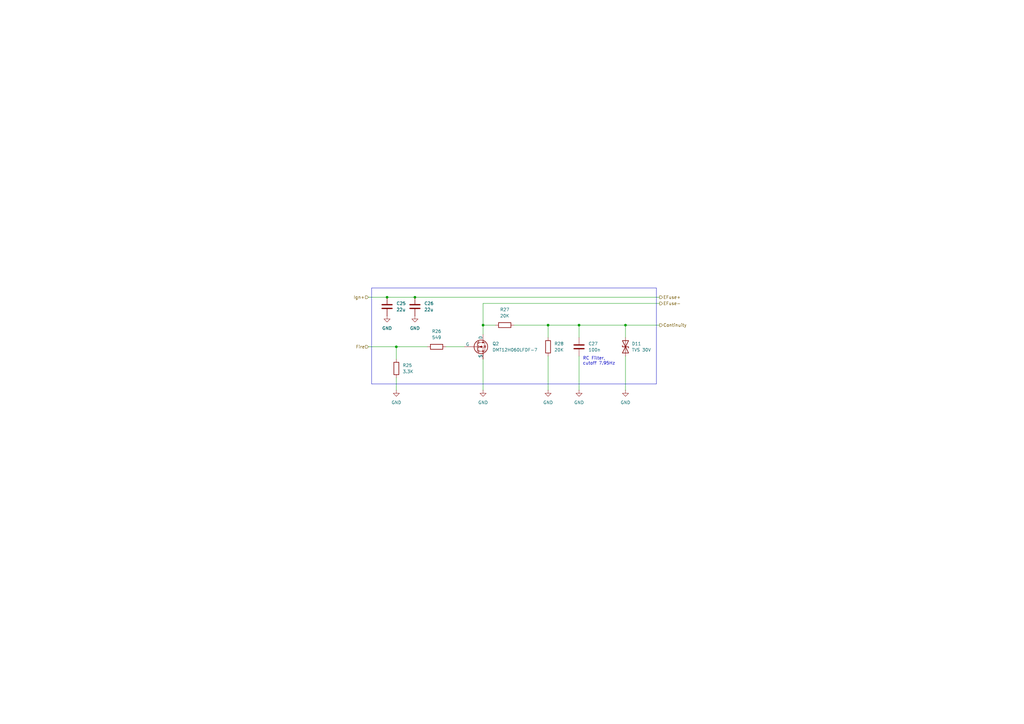
<source format=kicad_sch>
(kicad_sch (version 20250114) (generator "eeschema") (generator_version "9.0")
  (paper "A3")
  (lib_symbols
    (symbol "Device:C" (pin_numbers (hide yes)) (pin_names (offset 0.254))
      (property "Reference" "C" (at 0.635 2.54 0))
      (property "Value" "C" (at 0.635 -2.54 0))
      (symbol "C_0_1"
        (polyline (pts (xy -2.032 0.762) (xy 2.032 0.762)) (stroke (width 0.508)))
        (polyline (pts (xy -2.032 -0.762) (xy 2.032 -0.762)) (stroke (width 0.508)))
      )
      (symbol "C_1_1"
        (pin passive line (at 0 3.81 270) (length 2.794) (name "~") (number "1"))
        (pin passive line (at 0 -3.81 90) (length 2.794) (name "~") (number "2"))
      )
    )
    (symbol "Device:D_TVS" (pin_numbers (hide yes)) (pin_names (offset 1.016) (hide yes))
      (property "Reference" "D" (at 0 2.54 0))
      (property "Value" "D_TVS" (at 0 -2.54 0))
      (symbol "D_TVS_0_1"
        (polyline (pts (xy -2.54 1.27) (xy -2.54 -1.27) (xy 2.54 1.27) (xy 2.54 -1.27) (xy -2.54 1.27)) (stroke (width 0.254)))
        (polyline (pts (xy 0.508 1.27) (xy 0 1.27) (xy 0 -1.27) (xy -0.508 -1.27)) (stroke (width 0.254)))
        (polyline (pts (xy 1.27 0) (xy -1.27 0)))
      )
      (symbol "D_TVS_1_1"
        (pin passive line (at -3.81 0 0) (length 2.54) (name "A1") (number "1"))
        (pin passive line (at 3.81 0 180) (length 2.54) (name "A2") (number "2"))
      )
    )
    (symbol "Device:R" (pin_numbers (hide yes)) (pin_names (offset 0))
      (property "Reference" "R" (at 2.032 0 90))
      (property "Value" "R" (at 0 0 90))
      (symbol "R_0_1"
        (rectangle (start -1.016 -2.54) (end 1.016 2.54) (stroke (width 0.254)))
      )
      (symbol "R_1_1"
        (pin passive line (at 0 3.81 270) (length 1.27) (name "~") (number "1"))
        (pin passive line (at 0 -3.81 90) (length 1.27) (name "~") (number "2"))
      )
    )
    (symbol "Simulation_SPICE:NMOS" (pin_numbers (hide yes)) (pin_names (offset 0))
      (property "Reference" "Q1" (at 6.35 1.2701 0))
      (property "Value" "DMT12H060LFDF-7" (at 6.35 -1.27 0))
      (symbol "NMOS_0_1"
        (polyline (pts (xy 0.254 1.905) (xy 0.254 -1.905)) (stroke (width 0.254)))
        (polyline (pts (xy 0.254 0) (xy -2.54 0)))
        (polyline (pts (xy 0.762 2.286) (xy 0.762 1.27)) (stroke (width 0.254)))
        (polyline (pts (xy 0.762 0.508) (xy 0.762 -0.508)) (stroke (width 0.254)))
        (polyline (pts (xy 0.762 -1.27) (xy 0.762 -2.286)) (stroke (width 0.254)))
        (polyline (pts (xy 0.762 -1.778) (xy 3.302 -1.778) (xy 3.302 1.778) (xy 0.762 1.778)))
        (polyline (pts (xy 1.016 0) (xy 2.032 0.381) (xy 2.032 -0.381) (xy 1.016 0)) (fill (type outline)))
        (circle (center 1.651 0) (radius 2.794) (stroke (width 0.254)))
        (polyline (pts (xy 2.54 2.54) (xy 2.54 1.778)))
        (circle (center 2.54 1.778) (radius 0.254) (fill (type outline)))
        (circle (center 2.54 -1.778) (radius 0.254) (fill (type outline)))
        (polyline (pts (xy 2.54 -2.54) (xy 2.54 0) (xy 0.762 0)))
        (polyline (pts (xy 2.794 0.508) (xy 2.921 0.381) (xy 3.683 0.381) (xy 3.81 0.254)))
        (polyline (pts (xy 3.302 0.381) (xy 2.921 -0.254) (xy 3.683 -0.254) (xy 3.302 0.381)))
      )
      (symbol "NMOS_1_1"
        (pin input line (at -5.08 0 0) (length 2.54) (name "G") (number "4"))
        (pin passive line (at 2.54 5.08 270) (length 2.54) (name "D") (number "1"))
        (pin passive line (at 2.54 5.08 270) (length 2.54) (hide yes) (name "D") (number "2"))
        (pin passive line (at 2.54 5.08 270) (length 2.54) (hide yes) (name "D") (number "5"))
        (pin passive line (at 2.54 5.08 270) (length 2.54) (hide yes) (name "D") (number "6"))
        (pin passive line (at 2.54 5.08 270) (length 2.54) (hide yes) (name "D") (number "7"))
        (pin passive line (at 2.54 -5.08 90) (length 2.54) (name "S") (number "3"))
        (pin passive line (at 2.54 -5.08 90) (length 2.54) (name "S") (number "8"))
      )
    )
    (symbol "power:GND" (power) (pin_numbers (hide yes)) (pin_names (offset 0) (hide yes))
      (property "Value" "GND" (at 0 -3.81 0))
      (symbol "GND_0_1"
        (polyline (pts (xy 0 0) (xy 0 -1.27) (xy 1.27 -1.27) (xy 0 -2.54) (xy -1.27 -1.27) (xy 0 -1.27)))
      )
      (symbol "GND_1_1"
        (pin power_in line (at 0 0 270) (length 0) (name "~") (number "1"))
      )
    )
  )
  (rectangle (start 152.4 118.11) (end 269.24 157.48))
  (text "RC Filter, \ncutoff 7.95Hz" (at 239.014 148.082 0) (effects (font (size 1.27 1.27)) (justify left)))
  (junction (at 237.49 133.35))
  (junction (at 224.79 133.35))
  (junction (at 256.54 133.35))
  (junction (at 170.18 121.92))
  (junction (at 162.56 142.24))
  (junction (at 198.12 133.35))
  (junction (at 158.75 121.92))
  (wire (pts (xy 224.79 146.05) (xy 224.79 160.02)))
  (wire (pts (xy 224.79 138.43) (xy 224.79 133.35)))
  (wire (pts (xy 198.12 137.16) (xy 198.12 133.35)))
  (wire (pts (xy 198.12 133.35) (xy 198.12 124.46)))
  (wire (pts (xy 224.79 133.35) (xy 237.49 133.35)))
  (wire (pts (xy 151.13 142.24) (xy 162.56 142.24)))
  (wire (pts (xy 170.18 121.92) (xy 270.51 121.92)))
  (wire (pts (xy 162.56 142.24) (xy 162.56 147.32)))
  (wire (pts (xy 203.2 133.35) (xy 198.12 133.35)))
  (wire (pts (xy 158.75 121.92) (xy 170.18 121.92)))
  (wire (pts (xy 151.13 121.92) (xy 158.75 121.92)))
  (wire (pts (xy 162.56 142.24) (xy 175.26 142.24)))
  (wire (pts (xy 256.54 133.35) (xy 256.54 138.43)))
  (wire (pts (xy 237.49 133.35) (xy 256.54 133.35)))
  (wire (pts (xy 198.12 160.02) (xy 198.12 147.32)))
  (wire (pts (xy 198.12 124.46) (xy 270.51 124.46)))
  (wire (pts (xy 182.88 142.24) (xy 190.5 142.24)))
  (wire (pts (xy 237.49 138.43) (xy 237.49 133.35)))
  (wire (pts (xy 256.54 133.35) (xy 270.51 133.35)))
  (wire (pts (xy 210.82 133.35) (xy 224.79 133.35)))
  (wire (pts (xy 162.56 160.02) (xy 162.56 154.94)))
  (wire (pts (xy 256.54 146.05) (xy 256.54 160.02)))
  (wire (pts (xy 237.49 146.05) (xy 237.49 160.02)))
  (hierarchical_label "EFuse-" (shape output) (at 270.51 124.46 0))
  (hierarchical_label "Ign+" (shape input) (at 151.13 121.92 180))
  (hierarchical_label "Continuity" (shape output) (at 270.51 133.35 0))
  (hierarchical_label "Fire" (shape input) (at 151.13 142.24 180))
  (hierarchical_label "EFuse+" (shape output) (at 270.51 121.92 0))
  (symbol (lib_id "Device:R") (at 224.79 142.24 0) (unit 1)
    (property "Reference" "R28" (at 227.33 140.9699 0) (effects (justify left)))
    (property "Value" "20K" (at 227.33 143.5099 0) (effects (justify left)))
    (property "Footprint" "Resistor_SMD:R_0805_2012Metric" (effects (hide yes)))
    (property "Description" "Resistor" (effects (hide yes)))
    (instances (project "Central_ECU" (path "" (reference "R28") (unit 1)) (path "" (reference "R23") (unit 1))))
  )
  (symbol (lib_id "Device:R") (at 207.01 133.35 90) (unit 1)
    (property "Reference" "R27" (at 207.01 127 90))
    (property "Value" "20K" (at 207.01 129.54 90))
    (property "Footprint" "Resistor_SMD:R_0805_2012Metric" (effects (hide yes)))
    (property "Description" "Resistor" (effects (hide yes)))
    (instances (project "Central_ECU" (path "" (reference "R27") (unit 1)) (path "" (reference "R21") (unit 1))))
  )
  (symbol (lib_id "Device:C") (at 158.75 125.73 0) (unit 1)
    (property "Reference" "C25" (at 162.56 124.4599 0) (effects (justify left)))
    (property "Value" "22u" (at 162.56 126.9999 0) (effects (justify left)))
    (property "Footprint" "Capacitor_SMD:C_0805_2012Metric" (effects (hide yes)))
    (property "Description" "Unpolarized capacitor" (effects (hide yes)))
    (instances (project "Central_ECU" (path "" (reference "C25") (unit 1)) (path "" (reference "C22") (unit 1))))
  )
  (symbol (lib_id "power:GND") (at 224.79 160.02 0) (unit 1)
    (property "Reference" "#PWR047" (effects (hide yes)))
    (property "Value" "GND" (at 224.79 165.1 0))
    (property "Description" "Power symbol creates a global label with name \"GND\" , ground" (effects (hide yes)))
    (instances (project "Central_ECU" (path "" (reference "#PWR047") (unit 1)) (path "" (reference "#PWR041") (unit 1))))
  )
  (symbol (lib_id "power:GND") (at 162.56 160.02 0) (unit 1)
    (property "Reference" "#PWR044" (effects (hide yes)))
    (property "Value" "GND" (at 162.56 165.1 0))
    (property "Description" "Power symbol creates a global label with name \"GND\" , ground" (effects (hide yes)))
    (instances (project "Central_ECU" (path "" (reference "#PWR044") (unit 1)) (path "" (reference "#PWR038") (unit 1))))
  )
  (symbol (lib_id "Device:R") (at 179.07 142.24 90) (unit 1)
    (property "Reference" "R26" (at 179.07 135.89 90))
    (property "Value" "549" (at 179.07 138.43 90))
    (property "Footprint" "Resistor_SMD:R_0805_2012Metric" (effects (hide yes)))
    (property "Description" "Resistor" (effects (hide yes)))
    (instances (project "Central_ECU" (path "" (reference "R26") (unit 1)) (path "" (reference "R22") (unit 1))))
  )
  (symbol (lib_id "Device:R") (at 162.56 151.13 180) (unit 1)
    (property "Reference" "R25" (at 165.1 149.8599 0) (effects (justify right)))
    (property "Value" "3.3K" (at 165.1 152.3999 0) (effects (justify right)))
    (property "Footprint" "Resistor_SMD:R_0805_2012Metric" (effects (hide yes)))
    (property "Description" "Resistor" (effects (hide yes)))
    (instances (project "Central_ECU" (path "" (reference "R25") (unit 1)) (path "" (reference "R24") (unit 1))))
  )
  (symbol (lib_id "power:GND") (at 237.49 160.02 0) (unit 1)
    (property "Reference" "#PWR048" (effects (hide yes)))
    (property "Value" "GND" (at 237.49 165.1 0))
    (property "Description" "Power symbol creates a global label with name \"GND\" , ground" (effects (hide yes)))
    (instances (project "Central_ECU" (path "" (reference "#PWR048") (unit 1)) (path "" (reference "#PWR042") (unit 1))))
  )
  (symbol (lib_id "power:GND") (at 158.75 129.54 0) (unit 1)
    (property "Reference" "#PWR043" (effects (hide yes)))
    (property "Value" "GND" (at 158.75 134.62 0))
    (property "Description" "Power symbol creates a global label with name \"GND\" , ground" (effects (hide yes)))
    (instances (project "Central_ECU" (path "" (reference "#PWR043") (unit 1)) (path "" (reference "#PWR037") (unit 1))))
  )
  (symbol (lib_id "power:GND") (at 198.12 160.02 0) (unit 1)
    (property "Reference" "#PWR046" (effects (hide yes)))
    (property "Value" "GND" (at 198.12 165.1 0))
    (property "Description" "Power symbol creates a global label with name \"GND\" , ground" (effects (hide yes)))
    (instances (project "Central_ECU" (path "" (reference "#PWR046") (unit 1)) (path "" (reference "#PWR040") (unit 1))))
  )
  (symbol (lib_id "Device:D_TVS") (at 256.54 142.24 90) (unit 1)
    (property "Reference" "D11" (at 259.08 140.9699 90) (effects (justify right)))
    (property "Value" "TVS 30V" (at 259.08 143.51 90) (effects (justify right)))
    (property "Footprint" "Diode_SMD:D_SOD-882" (effects (hide yes)))
    (property "Datasheet" "https://assets.nexperia.com/documents/data-sheet/PESD1CANFD30LS-Q.pdf" (effects (hide yes)))
    (property "Description" "Bidirectional transient-voltage-suppression diode" (effects (hide yes)))
    (property "MPN" "PESD1CANFD30LS-QYL" (effects (hide yes)))
    (instances (project "Central_ECU" (path "" (reference "D11") (unit 1)) (path "" (reference "D10") (unit 1))))
  )
  (symbol (lib_id "Device:C") (at 237.49 142.24 0) (unit 1)
    (property "Reference" "C27" (at 241.3 140.9699 0) (effects (justify left)))
    (property "Value" "100n" (at 241.3 143.5099 0) (effects (justify left)))
    (property "Footprint" "Capacitor_SMD:C_0805_2012Metric" (effects (hide yes)))
    (property "Description" "Unpolarized capacitor" (effects (hide yes)))
    (instances (project "Central_ECU" (path "" (reference "C27") (unit 1)) (path "" (reference "C24") (unit 1))))
  )
  (symbol (lib_id "Simulation_SPICE:NMOS") (at 195.58 142.24 0) (unit 1)
    (property "Reference" "Q2" (at 201.93 140.9699 0) (effects (justify left)))
    (property "Value" "DMT12H060LFDF-7" (at 201.93 143.51 0) (effects (justify left)))
    (property "Footprint" "Package_DFN_QFN:Diodes_UDFN2020-6_Type-F" (effects (hide yes)))
    (property "Datasheet" "https://www.diodes.com/assets/Datasheets/DMT12H060LFDF.pdf" (effects (hide yes)))
    (property "Description" "N-MOSFET transistor, drain/source/gate" (effects (hide yes)))
    (property "Sim.Device" "NMOS" (effects (hide yes)))
    (property "Sim.Type" "VDMOS" (effects (hide yes)))
    (property "Sim.Pins" "1=D 2=G 3=S" (effects (hide yes)))
    (instances (project "Central_ECU" (path "" (reference "Q2") (unit 1)) (path "" (reference "Q1") (unit 1))))
  )
  (symbol (lib_id "power:GND") (at 256.54 160.02 0) (unit 1)
    (property "Reference" "#PWR065" (effects (hide yes)))
    (property "Value" "GND" (at 256.54 165.1 0))
    (property "Description" "Power symbol creates a global label with name \"GND\" , ground" (effects (hide yes)))
    (instances (project "Central_ECU" (path "" (reference "#PWR065") (unit 1)) (path "" (reference "#PWR064") (unit 1))))
  )
  (symbol (lib_id "Device:C") (at 170.18 125.73 0) (unit 1)
    (property "Reference" "C26" (at 173.99 124.4599 0) (effects (justify left)))
    (property "Value" "22u" (at 173.99 126.9999 0) (effects (justify left)))
    (property "Footprint" "Capacitor_SMD:C_0805_2012Metric" (effects (hide yes)))
    (property "Description" "Unpolarized capacitor" (effects (hide yes)))
    (property "Sim.Device" "C" (effects (hide yes)))
    (property "Sim.Pins" "1=+ 2=-" (effects (hide yes)))
    (instances (project "Central_ECU" (path "" (reference "C26") (unit 1)) (path "" (reference "C23") (unit 1))))
  )
  (symbol (lib_id "power:GND") (at 170.18 129.54 0) (unit 1)
    (property "Reference" "#PWR045" (effects (hide yes)))
    (property "Value" "GND" (at 170.18 134.62 0))
    (property "Description" "Power symbol creates a global label with name \"GND\" , ground" (effects (hide yes)))
    (instances (project "Central_ECU" (path "" (reference "#PWR045") (unit 1)) (path "" (reference "#PWR039") (unit 1))))
  )
)
</source>
